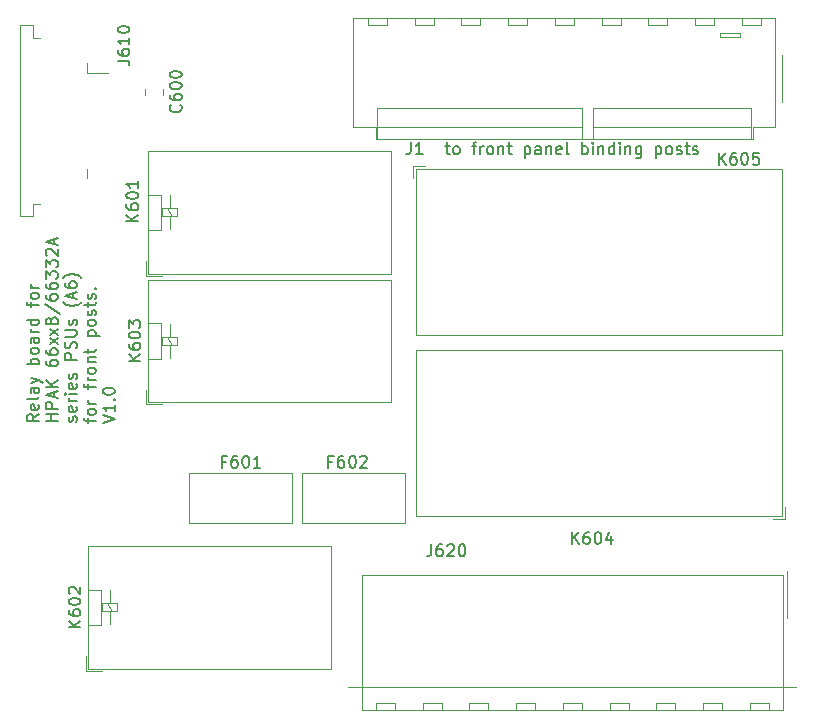
<source format=gbr>
%TF.GenerationSoftware,KiCad,Pcbnew,(6.0.8-1)-1*%
%TF.CreationDate,2022-10-16T10:23:05+02:00*%
%TF.ProjectId,HP6632B_relay_board,48503636-3332-4425-9f72-656c61795f62,rev?*%
%TF.SameCoordinates,Original*%
%TF.FileFunction,Legend,Top*%
%TF.FilePolarity,Positive*%
%FSLAX46Y46*%
G04 Gerber Fmt 4.6, Leading zero omitted, Abs format (unit mm)*
G04 Created by KiCad (PCBNEW (6.0.8-1)-1) date 2022-10-16 10:23:05*
%MOMM*%
%LPD*%
G01*
G04 APERTURE LIST*
%ADD10C,0.150000*%
%ADD11C,0.120000*%
G04 APERTURE END LIST*
D10*
X94006380Y-60941976D02*
X93530190Y-61275309D01*
X94006380Y-61513404D02*
X93006380Y-61513404D01*
X93006380Y-61132452D01*
X93054000Y-61037214D01*
X93101619Y-60989595D01*
X93196857Y-60941976D01*
X93339714Y-60941976D01*
X93434952Y-60989595D01*
X93482571Y-61037214D01*
X93530190Y-61132452D01*
X93530190Y-61513404D01*
X93958761Y-60132452D02*
X94006380Y-60227690D01*
X94006380Y-60418166D01*
X93958761Y-60513404D01*
X93863523Y-60561023D01*
X93482571Y-60561023D01*
X93387333Y-60513404D01*
X93339714Y-60418166D01*
X93339714Y-60227690D01*
X93387333Y-60132452D01*
X93482571Y-60084833D01*
X93577809Y-60084833D01*
X93673047Y-60561023D01*
X94006380Y-59513404D02*
X93958761Y-59608642D01*
X93863523Y-59656261D01*
X93006380Y-59656261D01*
X94006380Y-58703880D02*
X93482571Y-58703880D01*
X93387333Y-58751500D01*
X93339714Y-58846738D01*
X93339714Y-59037214D01*
X93387333Y-59132452D01*
X93958761Y-58703880D02*
X94006380Y-58799119D01*
X94006380Y-59037214D01*
X93958761Y-59132452D01*
X93863523Y-59180071D01*
X93768285Y-59180071D01*
X93673047Y-59132452D01*
X93625428Y-59037214D01*
X93625428Y-58799119D01*
X93577809Y-58703880D01*
X93339714Y-58322928D02*
X94006380Y-58084833D01*
X93339714Y-57846738D02*
X94006380Y-58084833D01*
X94244476Y-58180071D01*
X94292095Y-58227690D01*
X94339714Y-58322928D01*
X94006380Y-56703880D02*
X93006380Y-56703880D01*
X93387333Y-56703880D02*
X93339714Y-56608642D01*
X93339714Y-56418166D01*
X93387333Y-56322928D01*
X93434952Y-56275309D01*
X93530190Y-56227690D01*
X93815904Y-56227690D01*
X93911142Y-56275309D01*
X93958761Y-56322928D01*
X94006380Y-56418166D01*
X94006380Y-56608642D01*
X93958761Y-56703880D01*
X94006380Y-55656261D02*
X93958761Y-55751500D01*
X93911142Y-55799119D01*
X93815904Y-55846738D01*
X93530190Y-55846738D01*
X93434952Y-55799119D01*
X93387333Y-55751500D01*
X93339714Y-55656261D01*
X93339714Y-55513404D01*
X93387333Y-55418166D01*
X93434952Y-55370547D01*
X93530190Y-55322928D01*
X93815904Y-55322928D01*
X93911142Y-55370547D01*
X93958761Y-55418166D01*
X94006380Y-55513404D01*
X94006380Y-55656261D01*
X94006380Y-54465785D02*
X93482571Y-54465785D01*
X93387333Y-54513404D01*
X93339714Y-54608642D01*
X93339714Y-54799119D01*
X93387333Y-54894357D01*
X93958761Y-54465785D02*
X94006380Y-54561023D01*
X94006380Y-54799119D01*
X93958761Y-54894357D01*
X93863523Y-54941976D01*
X93768285Y-54941976D01*
X93673047Y-54894357D01*
X93625428Y-54799119D01*
X93625428Y-54561023D01*
X93577809Y-54465785D01*
X94006380Y-53989595D02*
X93339714Y-53989595D01*
X93530190Y-53989595D02*
X93434952Y-53941976D01*
X93387333Y-53894357D01*
X93339714Y-53799119D01*
X93339714Y-53703880D01*
X94006380Y-52941976D02*
X93006380Y-52941976D01*
X93958761Y-52941976D02*
X94006380Y-53037214D01*
X94006380Y-53227690D01*
X93958761Y-53322928D01*
X93911142Y-53370547D01*
X93815904Y-53418166D01*
X93530190Y-53418166D01*
X93434952Y-53370547D01*
X93387333Y-53322928D01*
X93339714Y-53227690D01*
X93339714Y-53037214D01*
X93387333Y-52941976D01*
X93339714Y-51846738D02*
X93339714Y-51465785D01*
X94006380Y-51703880D02*
X93149238Y-51703880D01*
X93054000Y-51656261D01*
X93006380Y-51561023D01*
X93006380Y-51465785D01*
X94006380Y-50989595D02*
X93958761Y-51084833D01*
X93911142Y-51132452D01*
X93815904Y-51180071D01*
X93530190Y-51180071D01*
X93434952Y-51132452D01*
X93387333Y-51084833D01*
X93339714Y-50989595D01*
X93339714Y-50846738D01*
X93387333Y-50751500D01*
X93434952Y-50703880D01*
X93530190Y-50656261D01*
X93815904Y-50656261D01*
X93911142Y-50703880D01*
X93958761Y-50751500D01*
X94006380Y-50846738D01*
X94006380Y-50989595D01*
X94006380Y-50227690D02*
X93339714Y-50227690D01*
X93530190Y-50227690D02*
X93434952Y-50180071D01*
X93387333Y-50132452D01*
X93339714Y-50037214D01*
X93339714Y-49941976D01*
X95616380Y-61513404D02*
X94616380Y-61513404D01*
X95092571Y-61513404D02*
X95092571Y-60941976D01*
X95616380Y-60941976D02*
X94616380Y-60941976D01*
X95616380Y-60465785D02*
X94616380Y-60465785D01*
X94616380Y-60084833D01*
X94664000Y-59989595D01*
X94711619Y-59941976D01*
X94806857Y-59894357D01*
X94949714Y-59894357D01*
X95044952Y-59941976D01*
X95092571Y-59989595D01*
X95140190Y-60084833D01*
X95140190Y-60465785D01*
X95330666Y-59513404D02*
X95330666Y-59037214D01*
X95616380Y-59608642D02*
X94616380Y-59275309D01*
X95616380Y-58941976D01*
X95616380Y-58608642D02*
X94616380Y-58608642D01*
X95616380Y-58037214D02*
X95044952Y-58465785D01*
X94616380Y-58037214D02*
X95187809Y-58608642D01*
X94616380Y-56418166D02*
X94616380Y-56608642D01*
X94664000Y-56703880D01*
X94711619Y-56751500D01*
X94854476Y-56846738D01*
X95044952Y-56894357D01*
X95425904Y-56894357D01*
X95521142Y-56846738D01*
X95568761Y-56799119D01*
X95616380Y-56703880D01*
X95616380Y-56513404D01*
X95568761Y-56418166D01*
X95521142Y-56370547D01*
X95425904Y-56322928D01*
X95187809Y-56322928D01*
X95092571Y-56370547D01*
X95044952Y-56418166D01*
X94997333Y-56513404D01*
X94997333Y-56703880D01*
X95044952Y-56799119D01*
X95092571Y-56846738D01*
X95187809Y-56894357D01*
X94616380Y-55465785D02*
X94616380Y-55656261D01*
X94664000Y-55751500D01*
X94711619Y-55799119D01*
X94854476Y-55894357D01*
X95044952Y-55941976D01*
X95425904Y-55941976D01*
X95521142Y-55894357D01*
X95568761Y-55846738D01*
X95616380Y-55751500D01*
X95616380Y-55561023D01*
X95568761Y-55465785D01*
X95521142Y-55418166D01*
X95425904Y-55370547D01*
X95187809Y-55370547D01*
X95092571Y-55418166D01*
X95044952Y-55465785D01*
X94997333Y-55561023D01*
X94997333Y-55751500D01*
X95044952Y-55846738D01*
X95092571Y-55894357D01*
X95187809Y-55941976D01*
X95616380Y-55037214D02*
X94949714Y-54513404D01*
X94949714Y-55037214D02*
X95616380Y-54513404D01*
X95616380Y-54227690D02*
X94949714Y-53703880D01*
X94949714Y-54227690D02*
X95616380Y-53703880D01*
X95092571Y-52989595D02*
X95140190Y-52846738D01*
X95187809Y-52799119D01*
X95283047Y-52751500D01*
X95425904Y-52751500D01*
X95521142Y-52799119D01*
X95568761Y-52846738D01*
X95616380Y-52941976D01*
X95616380Y-53322928D01*
X94616380Y-53322928D01*
X94616380Y-52989595D01*
X94664000Y-52894357D01*
X94711619Y-52846738D01*
X94806857Y-52799119D01*
X94902095Y-52799119D01*
X94997333Y-52846738D01*
X95044952Y-52894357D01*
X95092571Y-52989595D01*
X95092571Y-53322928D01*
X94568761Y-51608642D02*
X95854476Y-52465785D01*
X94616380Y-50846738D02*
X94616380Y-51037214D01*
X94664000Y-51132452D01*
X94711619Y-51180071D01*
X94854476Y-51275309D01*
X95044952Y-51322928D01*
X95425904Y-51322928D01*
X95521142Y-51275309D01*
X95568761Y-51227690D01*
X95616380Y-51132452D01*
X95616380Y-50941976D01*
X95568761Y-50846738D01*
X95521142Y-50799119D01*
X95425904Y-50751500D01*
X95187809Y-50751500D01*
X95092571Y-50799119D01*
X95044952Y-50846738D01*
X94997333Y-50941976D01*
X94997333Y-51132452D01*
X95044952Y-51227690D01*
X95092571Y-51275309D01*
X95187809Y-51322928D01*
X94616380Y-49894357D02*
X94616380Y-50084833D01*
X94664000Y-50180071D01*
X94711619Y-50227690D01*
X94854476Y-50322928D01*
X95044952Y-50370547D01*
X95425904Y-50370547D01*
X95521142Y-50322928D01*
X95568761Y-50275309D01*
X95616380Y-50180071D01*
X95616380Y-49989595D01*
X95568761Y-49894357D01*
X95521142Y-49846738D01*
X95425904Y-49799119D01*
X95187809Y-49799119D01*
X95092571Y-49846738D01*
X95044952Y-49894357D01*
X94997333Y-49989595D01*
X94997333Y-50180071D01*
X95044952Y-50275309D01*
X95092571Y-50322928D01*
X95187809Y-50370547D01*
X94616380Y-49465785D02*
X94616380Y-48846738D01*
X94997333Y-49180071D01*
X94997333Y-49037214D01*
X95044952Y-48941976D01*
X95092571Y-48894357D01*
X95187809Y-48846738D01*
X95425904Y-48846738D01*
X95521142Y-48894357D01*
X95568761Y-48941976D01*
X95616380Y-49037214D01*
X95616380Y-49322928D01*
X95568761Y-49418166D01*
X95521142Y-49465785D01*
X94616380Y-48513404D02*
X94616380Y-47894357D01*
X94997333Y-48227690D01*
X94997333Y-48084833D01*
X95044952Y-47989595D01*
X95092571Y-47941976D01*
X95187809Y-47894357D01*
X95425904Y-47894357D01*
X95521142Y-47941976D01*
X95568761Y-47989595D01*
X95616380Y-48084833D01*
X95616380Y-48370547D01*
X95568761Y-48465785D01*
X95521142Y-48513404D01*
X94711619Y-47513404D02*
X94664000Y-47465785D01*
X94616380Y-47370547D01*
X94616380Y-47132452D01*
X94664000Y-47037214D01*
X94711619Y-46989595D01*
X94806857Y-46941976D01*
X94902095Y-46941976D01*
X95044952Y-46989595D01*
X95616380Y-47561023D01*
X95616380Y-46941976D01*
X95330666Y-46561023D02*
X95330666Y-46084833D01*
X95616380Y-46656261D02*
X94616380Y-46322928D01*
X95616380Y-45989595D01*
X97178761Y-61561023D02*
X97226380Y-61465785D01*
X97226380Y-61275309D01*
X97178761Y-61180071D01*
X97083523Y-61132452D01*
X97035904Y-61132452D01*
X96940666Y-61180071D01*
X96893047Y-61275309D01*
X96893047Y-61418166D01*
X96845428Y-61513404D01*
X96750190Y-61561023D01*
X96702571Y-61561023D01*
X96607333Y-61513404D01*
X96559714Y-61418166D01*
X96559714Y-61275309D01*
X96607333Y-61180071D01*
X97178761Y-60322928D02*
X97226380Y-60418166D01*
X97226380Y-60608642D01*
X97178761Y-60703880D01*
X97083523Y-60751500D01*
X96702571Y-60751500D01*
X96607333Y-60703880D01*
X96559714Y-60608642D01*
X96559714Y-60418166D01*
X96607333Y-60322928D01*
X96702571Y-60275309D01*
X96797809Y-60275309D01*
X96893047Y-60751500D01*
X97226380Y-59846738D02*
X96559714Y-59846738D01*
X96750190Y-59846738D02*
X96654952Y-59799119D01*
X96607333Y-59751500D01*
X96559714Y-59656261D01*
X96559714Y-59561023D01*
X97226380Y-59227690D02*
X96559714Y-59227690D01*
X96226380Y-59227690D02*
X96274000Y-59275309D01*
X96321619Y-59227690D01*
X96274000Y-59180071D01*
X96226380Y-59227690D01*
X96321619Y-59227690D01*
X97178761Y-58370547D02*
X97226380Y-58465785D01*
X97226380Y-58656261D01*
X97178761Y-58751500D01*
X97083523Y-58799119D01*
X96702571Y-58799119D01*
X96607333Y-58751500D01*
X96559714Y-58656261D01*
X96559714Y-58465785D01*
X96607333Y-58370547D01*
X96702571Y-58322928D01*
X96797809Y-58322928D01*
X96893047Y-58799119D01*
X97178761Y-57941976D02*
X97226380Y-57846738D01*
X97226380Y-57656261D01*
X97178761Y-57561023D01*
X97083523Y-57513404D01*
X97035904Y-57513404D01*
X96940666Y-57561023D01*
X96893047Y-57656261D01*
X96893047Y-57799119D01*
X96845428Y-57894357D01*
X96750190Y-57941976D01*
X96702571Y-57941976D01*
X96607333Y-57894357D01*
X96559714Y-57799119D01*
X96559714Y-57656261D01*
X96607333Y-57561023D01*
X97226380Y-56322928D02*
X96226380Y-56322928D01*
X96226380Y-55941976D01*
X96274000Y-55846738D01*
X96321619Y-55799119D01*
X96416857Y-55751500D01*
X96559714Y-55751500D01*
X96654952Y-55799119D01*
X96702571Y-55846738D01*
X96750190Y-55941976D01*
X96750190Y-56322928D01*
X97178761Y-55370547D02*
X97226380Y-55227690D01*
X97226380Y-54989595D01*
X97178761Y-54894357D01*
X97131142Y-54846738D01*
X97035904Y-54799119D01*
X96940666Y-54799119D01*
X96845428Y-54846738D01*
X96797809Y-54894357D01*
X96750190Y-54989595D01*
X96702571Y-55180071D01*
X96654952Y-55275309D01*
X96607333Y-55322928D01*
X96512095Y-55370547D01*
X96416857Y-55370547D01*
X96321619Y-55322928D01*
X96274000Y-55275309D01*
X96226380Y-55180071D01*
X96226380Y-54941976D01*
X96274000Y-54799119D01*
X96226380Y-54370547D02*
X97035904Y-54370547D01*
X97131142Y-54322928D01*
X97178761Y-54275309D01*
X97226380Y-54180071D01*
X97226380Y-53989595D01*
X97178761Y-53894357D01*
X97131142Y-53846738D01*
X97035904Y-53799119D01*
X96226380Y-53799119D01*
X97178761Y-53370547D02*
X97226380Y-53275309D01*
X97226380Y-53084833D01*
X97178761Y-52989595D01*
X97083523Y-52941976D01*
X97035904Y-52941976D01*
X96940666Y-52989595D01*
X96893047Y-53084833D01*
X96893047Y-53227690D01*
X96845428Y-53322928D01*
X96750190Y-53370547D01*
X96702571Y-53370547D01*
X96607333Y-53322928D01*
X96559714Y-53227690D01*
X96559714Y-53084833D01*
X96607333Y-52989595D01*
X97607333Y-51465785D02*
X97559714Y-51513404D01*
X97416857Y-51608642D01*
X97321619Y-51656261D01*
X97178761Y-51703880D01*
X96940666Y-51751500D01*
X96750190Y-51751500D01*
X96512095Y-51703880D01*
X96369238Y-51656261D01*
X96274000Y-51608642D01*
X96131142Y-51513404D01*
X96083523Y-51465785D01*
X96940666Y-51132452D02*
X96940666Y-50656261D01*
X97226380Y-51227690D02*
X96226380Y-50894357D01*
X97226380Y-50561023D01*
X96226380Y-49799119D02*
X96226380Y-49989595D01*
X96274000Y-50084833D01*
X96321619Y-50132452D01*
X96464476Y-50227690D01*
X96654952Y-50275309D01*
X97035904Y-50275309D01*
X97131142Y-50227690D01*
X97178761Y-50180071D01*
X97226380Y-50084833D01*
X97226380Y-49894357D01*
X97178761Y-49799119D01*
X97131142Y-49751500D01*
X97035904Y-49703880D01*
X96797809Y-49703880D01*
X96702571Y-49751500D01*
X96654952Y-49799119D01*
X96607333Y-49894357D01*
X96607333Y-50084833D01*
X96654952Y-50180071D01*
X96702571Y-50227690D01*
X96797809Y-50275309D01*
X97607333Y-49370547D02*
X97559714Y-49322928D01*
X97416857Y-49227690D01*
X97321619Y-49180071D01*
X97178761Y-49132452D01*
X96940666Y-49084833D01*
X96750190Y-49084833D01*
X96512095Y-49132452D01*
X96369238Y-49180071D01*
X96274000Y-49227690D01*
X96131142Y-49322928D01*
X96083523Y-49370547D01*
X98169714Y-61656261D02*
X98169714Y-61275309D01*
X98836380Y-61513404D02*
X97979238Y-61513404D01*
X97884000Y-61465785D01*
X97836380Y-61370547D01*
X97836380Y-61275309D01*
X98836380Y-60799119D02*
X98788761Y-60894357D01*
X98741142Y-60941976D01*
X98645904Y-60989595D01*
X98360190Y-60989595D01*
X98264952Y-60941976D01*
X98217333Y-60894357D01*
X98169714Y-60799119D01*
X98169714Y-60656261D01*
X98217333Y-60561023D01*
X98264952Y-60513404D01*
X98360190Y-60465785D01*
X98645904Y-60465785D01*
X98741142Y-60513404D01*
X98788761Y-60561023D01*
X98836380Y-60656261D01*
X98836380Y-60799119D01*
X98836380Y-60037214D02*
X98169714Y-60037214D01*
X98360190Y-60037214D02*
X98264952Y-59989595D01*
X98217333Y-59941976D01*
X98169714Y-59846738D01*
X98169714Y-59751500D01*
X98169714Y-58799119D02*
X98169714Y-58418166D01*
X98836380Y-58656261D02*
X97979238Y-58656261D01*
X97884000Y-58608642D01*
X97836380Y-58513404D01*
X97836380Y-58418166D01*
X98836380Y-58084833D02*
X98169714Y-58084833D01*
X98360190Y-58084833D02*
X98264952Y-58037214D01*
X98217333Y-57989595D01*
X98169714Y-57894357D01*
X98169714Y-57799119D01*
X98836380Y-57322928D02*
X98788761Y-57418166D01*
X98741142Y-57465785D01*
X98645904Y-57513404D01*
X98360190Y-57513404D01*
X98264952Y-57465785D01*
X98217333Y-57418166D01*
X98169714Y-57322928D01*
X98169714Y-57180071D01*
X98217333Y-57084833D01*
X98264952Y-57037214D01*
X98360190Y-56989595D01*
X98645904Y-56989595D01*
X98741142Y-57037214D01*
X98788761Y-57084833D01*
X98836380Y-57180071D01*
X98836380Y-57322928D01*
X98169714Y-56561023D02*
X98836380Y-56561023D01*
X98264952Y-56561023D02*
X98217333Y-56513404D01*
X98169714Y-56418166D01*
X98169714Y-56275309D01*
X98217333Y-56180071D01*
X98312571Y-56132452D01*
X98836380Y-56132452D01*
X98169714Y-55799119D02*
X98169714Y-55418166D01*
X97836380Y-55656261D02*
X98693523Y-55656261D01*
X98788761Y-55608642D01*
X98836380Y-55513404D01*
X98836380Y-55418166D01*
X98169714Y-54322928D02*
X99169714Y-54322928D01*
X98217333Y-54322928D02*
X98169714Y-54227690D01*
X98169714Y-54037214D01*
X98217333Y-53941976D01*
X98264952Y-53894357D01*
X98360190Y-53846738D01*
X98645904Y-53846738D01*
X98741142Y-53894357D01*
X98788761Y-53941976D01*
X98836380Y-54037214D01*
X98836380Y-54227690D01*
X98788761Y-54322928D01*
X98836380Y-53275309D02*
X98788761Y-53370547D01*
X98741142Y-53418166D01*
X98645904Y-53465785D01*
X98360190Y-53465785D01*
X98264952Y-53418166D01*
X98217333Y-53370547D01*
X98169714Y-53275309D01*
X98169714Y-53132452D01*
X98217333Y-53037214D01*
X98264952Y-52989595D01*
X98360190Y-52941976D01*
X98645904Y-52941976D01*
X98741142Y-52989595D01*
X98788761Y-53037214D01*
X98836380Y-53132452D01*
X98836380Y-53275309D01*
X98788761Y-52561023D02*
X98836380Y-52465785D01*
X98836380Y-52275309D01*
X98788761Y-52180071D01*
X98693523Y-52132452D01*
X98645904Y-52132452D01*
X98550666Y-52180071D01*
X98503047Y-52275309D01*
X98503047Y-52418166D01*
X98455428Y-52513404D01*
X98360190Y-52561023D01*
X98312571Y-52561023D01*
X98217333Y-52513404D01*
X98169714Y-52418166D01*
X98169714Y-52275309D01*
X98217333Y-52180071D01*
X98169714Y-51846738D02*
X98169714Y-51465785D01*
X97836380Y-51703880D02*
X98693523Y-51703880D01*
X98788761Y-51656261D01*
X98836380Y-51561023D01*
X98836380Y-51465785D01*
X98788761Y-51180071D02*
X98836380Y-51084833D01*
X98836380Y-50894357D01*
X98788761Y-50799119D01*
X98693523Y-50751500D01*
X98645904Y-50751500D01*
X98550666Y-50799119D01*
X98503047Y-50894357D01*
X98503047Y-51037214D01*
X98455428Y-51132452D01*
X98360190Y-51180071D01*
X98312571Y-51180071D01*
X98217333Y-51132452D01*
X98169714Y-51037214D01*
X98169714Y-50894357D01*
X98217333Y-50799119D01*
X98741142Y-50322928D02*
X98788761Y-50275309D01*
X98836380Y-50322928D01*
X98788761Y-50370547D01*
X98741142Y-50322928D01*
X98836380Y-50322928D01*
X99446380Y-61656261D02*
X100446380Y-61322928D01*
X99446380Y-60989595D01*
X100446380Y-60132452D02*
X100446380Y-60703880D01*
X100446380Y-60418166D02*
X99446380Y-60418166D01*
X99589238Y-60513404D01*
X99684476Y-60608642D01*
X99732095Y-60703880D01*
X100351142Y-59703880D02*
X100398761Y-59656261D01*
X100446380Y-59703880D01*
X100398761Y-59751500D01*
X100351142Y-59703880D01*
X100446380Y-59703880D01*
X99446380Y-59037214D02*
X99446380Y-58941976D01*
X99494000Y-58846738D01*
X99541619Y-58799119D01*
X99636857Y-58751500D01*
X99827333Y-58703880D01*
X100065428Y-58703880D01*
X100255904Y-58751500D01*
X100351142Y-58799119D01*
X100398761Y-58846738D01*
X100446380Y-58941976D01*
X100446380Y-59037214D01*
X100398761Y-59132452D01*
X100351142Y-59180071D01*
X100255904Y-59227690D01*
X100065428Y-59275309D01*
X99827333Y-59275309D01*
X99636857Y-59227690D01*
X99541619Y-59180071D01*
X99494000Y-59132452D01*
X99446380Y-59037214D01*
X128453904Y-38266714D02*
X128834857Y-38266714D01*
X128596761Y-37933380D02*
X128596761Y-38790523D01*
X128644380Y-38885761D01*
X128739619Y-38933380D01*
X128834857Y-38933380D01*
X129311047Y-38933380D02*
X129215809Y-38885761D01*
X129168190Y-38838142D01*
X129120571Y-38742904D01*
X129120571Y-38457190D01*
X129168190Y-38361952D01*
X129215809Y-38314333D01*
X129311047Y-38266714D01*
X129453904Y-38266714D01*
X129549142Y-38314333D01*
X129596761Y-38361952D01*
X129644380Y-38457190D01*
X129644380Y-38742904D01*
X129596761Y-38838142D01*
X129549142Y-38885761D01*
X129453904Y-38933380D01*
X129311047Y-38933380D01*
X130691999Y-38266714D02*
X131072952Y-38266714D01*
X130834857Y-38933380D02*
X130834857Y-38076238D01*
X130882476Y-37981000D01*
X130977714Y-37933380D01*
X131072952Y-37933380D01*
X131406285Y-38933380D02*
X131406285Y-38266714D01*
X131406285Y-38457190D02*
X131453904Y-38361952D01*
X131501523Y-38314333D01*
X131596761Y-38266714D01*
X131691999Y-38266714D01*
X132168190Y-38933380D02*
X132072952Y-38885761D01*
X132025333Y-38838142D01*
X131977714Y-38742904D01*
X131977714Y-38457190D01*
X132025333Y-38361952D01*
X132072952Y-38314333D01*
X132168190Y-38266714D01*
X132311047Y-38266714D01*
X132406285Y-38314333D01*
X132453904Y-38361952D01*
X132501523Y-38457190D01*
X132501523Y-38742904D01*
X132453904Y-38838142D01*
X132406285Y-38885761D01*
X132311047Y-38933380D01*
X132168190Y-38933380D01*
X132930095Y-38266714D02*
X132930095Y-38933380D01*
X132930095Y-38361952D02*
X132977714Y-38314333D01*
X133072952Y-38266714D01*
X133215809Y-38266714D01*
X133311047Y-38314333D01*
X133358666Y-38409571D01*
X133358666Y-38933380D01*
X133691999Y-38266714D02*
X134072952Y-38266714D01*
X133834857Y-37933380D02*
X133834857Y-38790523D01*
X133882476Y-38885761D01*
X133977714Y-38933380D01*
X134072952Y-38933380D01*
X135168190Y-38266714D02*
X135168190Y-39266714D01*
X135168190Y-38314333D02*
X135263428Y-38266714D01*
X135453904Y-38266714D01*
X135549142Y-38314333D01*
X135596761Y-38361952D01*
X135644380Y-38457190D01*
X135644380Y-38742904D01*
X135596761Y-38838142D01*
X135549142Y-38885761D01*
X135453904Y-38933380D01*
X135263428Y-38933380D01*
X135168190Y-38885761D01*
X136501523Y-38933380D02*
X136501523Y-38409571D01*
X136453904Y-38314333D01*
X136358666Y-38266714D01*
X136168190Y-38266714D01*
X136072952Y-38314333D01*
X136501523Y-38885761D02*
X136406285Y-38933380D01*
X136168190Y-38933380D01*
X136072952Y-38885761D01*
X136025333Y-38790523D01*
X136025333Y-38695285D01*
X136072952Y-38600047D01*
X136168190Y-38552428D01*
X136406285Y-38552428D01*
X136501523Y-38504809D01*
X136977714Y-38266714D02*
X136977714Y-38933380D01*
X136977714Y-38361952D02*
X137025333Y-38314333D01*
X137120571Y-38266714D01*
X137263428Y-38266714D01*
X137358666Y-38314333D01*
X137406285Y-38409571D01*
X137406285Y-38933380D01*
X138263428Y-38885761D02*
X138168190Y-38933380D01*
X137977714Y-38933380D01*
X137882476Y-38885761D01*
X137834857Y-38790523D01*
X137834857Y-38409571D01*
X137882476Y-38314333D01*
X137977714Y-38266714D01*
X138168190Y-38266714D01*
X138263428Y-38314333D01*
X138311047Y-38409571D01*
X138311047Y-38504809D01*
X137834857Y-38600047D01*
X138882476Y-38933380D02*
X138787238Y-38885761D01*
X138739619Y-38790523D01*
X138739619Y-37933380D01*
X140025333Y-38933380D02*
X140025333Y-37933380D01*
X140025333Y-38314333D02*
X140120571Y-38266714D01*
X140311047Y-38266714D01*
X140406285Y-38314333D01*
X140453904Y-38361952D01*
X140501523Y-38457190D01*
X140501523Y-38742904D01*
X140453904Y-38838142D01*
X140406285Y-38885761D01*
X140311047Y-38933380D01*
X140120571Y-38933380D01*
X140025333Y-38885761D01*
X140930095Y-38933380D02*
X140930095Y-38266714D01*
X140930095Y-37933380D02*
X140882476Y-37981000D01*
X140930095Y-38028619D01*
X140977714Y-37981000D01*
X140930095Y-37933380D01*
X140930095Y-38028619D01*
X141406285Y-38266714D02*
X141406285Y-38933380D01*
X141406285Y-38361952D02*
X141453904Y-38314333D01*
X141549142Y-38266714D01*
X141692000Y-38266714D01*
X141787238Y-38314333D01*
X141834857Y-38409571D01*
X141834857Y-38933380D01*
X142739619Y-38933380D02*
X142739619Y-37933380D01*
X142739619Y-38885761D02*
X142644380Y-38933380D01*
X142453904Y-38933380D01*
X142358666Y-38885761D01*
X142311047Y-38838142D01*
X142263428Y-38742904D01*
X142263428Y-38457190D01*
X142311047Y-38361952D01*
X142358666Y-38314333D01*
X142453904Y-38266714D01*
X142644380Y-38266714D01*
X142739619Y-38314333D01*
X143215809Y-38933380D02*
X143215809Y-38266714D01*
X143215809Y-37933380D02*
X143168190Y-37981000D01*
X143215809Y-38028619D01*
X143263428Y-37981000D01*
X143215809Y-37933380D01*
X143215809Y-38028619D01*
X143692000Y-38266714D02*
X143692000Y-38933380D01*
X143692000Y-38361952D02*
X143739619Y-38314333D01*
X143834857Y-38266714D01*
X143977714Y-38266714D01*
X144072952Y-38314333D01*
X144120571Y-38409571D01*
X144120571Y-38933380D01*
X145025333Y-38266714D02*
X145025333Y-39076238D01*
X144977714Y-39171476D01*
X144930095Y-39219095D01*
X144834857Y-39266714D01*
X144692000Y-39266714D01*
X144596761Y-39219095D01*
X145025333Y-38885761D02*
X144930095Y-38933380D01*
X144739619Y-38933380D01*
X144644380Y-38885761D01*
X144596761Y-38838142D01*
X144549142Y-38742904D01*
X144549142Y-38457190D01*
X144596761Y-38361952D01*
X144644380Y-38314333D01*
X144739619Y-38266714D01*
X144930095Y-38266714D01*
X145025333Y-38314333D01*
X146263428Y-38266714D02*
X146263428Y-39266714D01*
X146263428Y-38314333D02*
X146358666Y-38266714D01*
X146549142Y-38266714D01*
X146644380Y-38314333D01*
X146692000Y-38361952D01*
X146739619Y-38457190D01*
X146739619Y-38742904D01*
X146692000Y-38838142D01*
X146644380Y-38885761D01*
X146549142Y-38933380D01*
X146358666Y-38933380D01*
X146263428Y-38885761D01*
X147311047Y-38933380D02*
X147215809Y-38885761D01*
X147168190Y-38838142D01*
X147120571Y-38742904D01*
X147120571Y-38457190D01*
X147168190Y-38361952D01*
X147215809Y-38314333D01*
X147311047Y-38266714D01*
X147453904Y-38266714D01*
X147549142Y-38314333D01*
X147596761Y-38361952D01*
X147644380Y-38457190D01*
X147644380Y-38742904D01*
X147596761Y-38838142D01*
X147549142Y-38885761D01*
X147453904Y-38933380D01*
X147311047Y-38933380D01*
X148025333Y-38885761D02*
X148120571Y-38933380D01*
X148311047Y-38933380D01*
X148406285Y-38885761D01*
X148453904Y-38790523D01*
X148453904Y-38742904D01*
X148406285Y-38647666D01*
X148311047Y-38600047D01*
X148168190Y-38600047D01*
X148072952Y-38552428D01*
X148025333Y-38457190D01*
X148025333Y-38409571D01*
X148072952Y-38314333D01*
X148168190Y-38266714D01*
X148311047Y-38266714D01*
X148406285Y-38314333D01*
X148739619Y-38266714D02*
X149120571Y-38266714D01*
X148882476Y-37933380D02*
X148882476Y-38790523D01*
X148930095Y-38885761D01*
X149025333Y-38933380D01*
X149120571Y-38933380D01*
X149406285Y-38885761D02*
X149501523Y-38933380D01*
X149692000Y-38933380D01*
X149787238Y-38885761D01*
X149834857Y-38790523D01*
X149834857Y-38742904D01*
X149787238Y-38647666D01*
X149692000Y-38600047D01*
X149549142Y-38600047D01*
X149453904Y-38552428D01*
X149406285Y-38457190D01*
X149406285Y-38409571D01*
X149453904Y-38314333D01*
X149549142Y-38266714D01*
X149692000Y-38266714D01*
X149787238Y-38314333D01*
%TO.C,F601*%
X109839285Y-64952571D02*
X109505952Y-64952571D01*
X109505952Y-65476380D02*
X109505952Y-64476380D01*
X109982142Y-64476380D01*
X110791666Y-64476380D02*
X110601190Y-64476380D01*
X110505952Y-64524000D01*
X110458333Y-64571619D01*
X110363095Y-64714476D01*
X110315476Y-64904952D01*
X110315476Y-65285904D01*
X110363095Y-65381142D01*
X110410714Y-65428761D01*
X110505952Y-65476380D01*
X110696428Y-65476380D01*
X110791666Y-65428761D01*
X110839285Y-65381142D01*
X110886904Y-65285904D01*
X110886904Y-65047809D01*
X110839285Y-64952571D01*
X110791666Y-64904952D01*
X110696428Y-64857333D01*
X110505952Y-64857333D01*
X110410714Y-64904952D01*
X110363095Y-64952571D01*
X110315476Y-65047809D01*
X111505952Y-64476380D02*
X111601190Y-64476380D01*
X111696428Y-64524000D01*
X111744047Y-64571619D01*
X111791666Y-64666857D01*
X111839285Y-64857333D01*
X111839285Y-65095428D01*
X111791666Y-65285904D01*
X111744047Y-65381142D01*
X111696428Y-65428761D01*
X111601190Y-65476380D01*
X111505952Y-65476380D01*
X111410714Y-65428761D01*
X111363095Y-65381142D01*
X111315476Y-65285904D01*
X111267857Y-65095428D01*
X111267857Y-64857333D01*
X111315476Y-64666857D01*
X111363095Y-64571619D01*
X111410714Y-64524000D01*
X111505952Y-64476380D01*
X112791666Y-65476380D02*
X112220238Y-65476380D01*
X112505952Y-65476380D02*
X112505952Y-64476380D01*
X112410714Y-64619238D01*
X112315476Y-64714476D01*
X112220238Y-64762095D01*
%TO.C,K601*%
X102433380Y-44616476D02*
X101433380Y-44616476D01*
X102433380Y-44045047D02*
X101861952Y-44473619D01*
X101433380Y-44045047D02*
X102004809Y-44616476D01*
X101433380Y-43187904D02*
X101433380Y-43378380D01*
X101481000Y-43473619D01*
X101528619Y-43521238D01*
X101671476Y-43616476D01*
X101861952Y-43664095D01*
X102242904Y-43664095D01*
X102338142Y-43616476D01*
X102385761Y-43568857D01*
X102433380Y-43473619D01*
X102433380Y-43283142D01*
X102385761Y-43187904D01*
X102338142Y-43140285D01*
X102242904Y-43092666D01*
X102004809Y-43092666D01*
X101909571Y-43140285D01*
X101861952Y-43187904D01*
X101814333Y-43283142D01*
X101814333Y-43473619D01*
X101861952Y-43568857D01*
X101909571Y-43616476D01*
X102004809Y-43664095D01*
X101433380Y-42473619D02*
X101433380Y-42378380D01*
X101481000Y-42283142D01*
X101528619Y-42235523D01*
X101623857Y-42187904D01*
X101814333Y-42140285D01*
X102052428Y-42140285D01*
X102242904Y-42187904D01*
X102338142Y-42235523D01*
X102385761Y-42283142D01*
X102433380Y-42378380D01*
X102433380Y-42473619D01*
X102385761Y-42568857D01*
X102338142Y-42616476D01*
X102242904Y-42664095D01*
X102052428Y-42711714D01*
X101814333Y-42711714D01*
X101623857Y-42664095D01*
X101528619Y-42616476D01*
X101481000Y-42568857D01*
X101433380Y-42473619D01*
X102433380Y-41187904D02*
X102433380Y-41759333D01*
X102433380Y-41473619D02*
X101433380Y-41473619D01*
X101576238Y-41568857D01*
X101671476Y-41664095D01*
X101719095Y-41759333D01*
%TO.C,J620*%
X127238285Y-71969380D02*
X127238285Y-72683666D01*
X127190666Y-72826523D01*
X127095428Y-72921761D01*
X126952571Y-72969380D01*
X126857333Y-72969380D01*
X128143047Y-71969380D02*
X127952571Y-71969380D01*
X127857333Y-72017000D01*
X127809714Y-72064619D01*
X127714476Y-72207476D01*
X127666857Y-72397952D01*
X127666857Y-72778904D01*
X127714476Y-72874142D01*
X127762095Y-72921761D01*
X127857333Y-72969380D01*
X128047809Y-72969380D01*
X128143047Y-72921761D01*
X128190666Y-72874142D01*
X128238285Y-72778904D01*
X128238285Y-72540809D01*
X128190666Y-72445571D01*
X128143047Y-72397952D01*
X128047809Y-72350333D01*
X127857333Y-72350333D01*
X127762095Y-72397952D01*
X127714476Y-72445571D01*
X127666857Y-72540809D01*
X128619238Y-72064619D02*
X128666857Y-72017000D01*
X128762095Y-71969380D01*
X129000190Y-71969380D01*
X129095428Y-72017000D01*
X129143047Y-72064619D01*
X129190666Y-72159857D01*
X129190666Y-72255095D01*
X129143047Y-72397952D01*
X128571619Y-72969380D01*
X129190666Y-72969380D01*
X129809714Y-71969380D02*
X129904952Y-71969380D01*
X130000190Y-72017000D01*
X130047809Y-72064619D01*
X130095428Y-72159857D01*
X130143047Y-72350333D01*
X130143047Y-72588428D01*
X130095428Y-72778904D01*
X130047809Y-72874142D01*
X130000190Y-72921761D01*
X129904952Y-72969380D01*
X129809714Y-72969380D01*
X129714476Y-72921761D01*
X129666857Y-72874142D01*
X129619238Y-72778904D01*
X129571619Y-72588428D01*
X129571619Y-72350333D01*
X129619238Y-72159857D01*
X129666857Y-72064619D01*
X129714476Y-72017000D01*
X129809714Y-71969380D01*
%TO.C,J610*%
X100687380Y-31003714D02*
X101401666Y-31003714D01*
X101544523Y-31051333D01*
X101639761Y-31146571D01*
X101687380Y-31289428D01*
X101687380Y-31384666D01*
X100687380Y-30098952D02*
X100687380Y-30289428D01*
X100735000Y-30384666D01*
X100782619Y-30432285D01*
X100925476Y-30527523D01*
X101115952Y-30575142D01*
X101496904Y-30575142D01*
X101592142Y-30527523D01*
X101639761Y-30479904D01*
X101687380Y-30384666D01*
X101687380Y-30194190D01*
X101639761Y-30098952D01*
X101592142Y-30051333D01*
X101496904Y-30003714D01*
X101258809Y-30003714D01*
X101163571Y-30051333D01*
X101115952Y-30098952D01*
X101068333Y-30194190D01*
X101068333Y-30384666D01*
X101115952Y-30479904D01*
X101163571Y-30527523D01*
X101258809Y-30575142D01*
X101687380Y-29051333D02*
X101687380Y-29622761D01*
X101687380Y-29337047D02*
X100687380Y-29337047D01*
X100830238Y-29432285D01*
X100925476Y-29527523D01*
X100973095Y-29622761D01*
X100687380Y-28432285D02*
X100687380Y-28337047D01*
X100735000Y-28241809D01*
X100782619Y-28194190D01*
X100877857Y-28146571D01*
X101068333Y-28098952D01*
X101306428Y-28098952D01*
X101496904Y-28146571D01*
X101592142Y-28194190D01*
X101639761Y-28241809D01*
X101687380Y-28337047D01*
X101687380Y-28432285D01*
X101639761Y-28527523D01*
X101592142Y-28575142D01*
X101496904Y-28622761D01*
X101306428Y-28670380D01*
X101068333Y-28670380D01*
X100877857Y-28622761D01*
X100782619Y-28575142D01*
X100735000Y-28527523D01*
X100687380Y-28432285D01*
%TO.C,K604*%
X139172506Y-71936380D02*
X139172506Y-70936380D01*
X139743935Y-71936380D02*
X139315363Y-71364952D01*
X139743935Y-70936380D02*
X139172506Y-71507809D01*
X140601078Y-70936380D02*
X140410602Y-70936380D01*
X140315363Y-70984000D01*
X140267744Y-71031619D01*
X140172506Y-71174476D01*
X140124887Y-71364952D01*
X140124887Y-71745904D01*
X140172506Y-71841142D01*
X140220125Y-71888761D01*
X140315363Y-71936380D01*
X140505840Y-71936380D01*
X140601078Y-71888761D01*
X140648697Y-71841142D01*
X140696316Y-71745904D01*
X140696316Y-71507809D01*
X140648697Y-71412571D01*
X140601078Y-71364952D01*
X140505840Y-71317333D01*
X140315363Y-71317333D01*
X140220125Y-71364952D01*
X140172506Y-71412571D01*
X140124887Y-71507809D01*
X141315363Y-70936380D02*
X141410602Y-70936380D01*
X141505840Y-70984000D01*
X141553459Y-71031619D01*
X141601078Y-71126857D01*
X141648697Y-71317333D01*
X141648697Y-71555428D01*
X141601078Y-71745904D01*
X141553459Y-71841142D01*
X141505840Y-71888761D01*
X141410602Y-71936380D01*
X141315363Y-71936380D01*
X141220125Y-71888761D01*
X141172506Y-71841142D01*
X141124887Y-71745904D01*
X141077268Y-71555428D01*
X141077268Y-71317333D01*
X141124887Y-71126857D01*
X141172506Y-71031619D01*
X141220125Y-70984000D01*
X141315363Y-70936380D01*
X142505840Y-71269714D02*
X142505840Y-71936380D01*
X142267744Y-70888761D02*
X142029649Y-71603047D01*
X142648697Y-71603047D01*
%TO.C,K605*%
X151598523Y-39822380D02*
X151598523Y-38822380D01*
X152169952Y-39822380D02*
X151741380Y-39250952D01*
X152169952Y-38822380D02*
X151598523Y-39393809D01*
X153027095Y-38822380D02*
X152836619Y-38822380D01*
X152741380Y-38870000D01*
X152693761Y-38917619D01*
X152598523Y-39060476D01*
X152550904Y-39250952D01*
X152550904Y-39631904D01*
X152598523Y-39727142D01*
X152646142Y-39774761D01*
X152741380Y-39822380D01*
X152931857Y-39822380D01*
X153027095Y-39774761D01*
X153074714Y-39727142D01*
X153122333Y-39631904D01*
X153122333Y-39393809D01*
X153074714Y-39298571D01*
X153027095Y-39250952D01*
X152931857Y-39203333D01*
X152741380Y-39203333D01*
X152646142Y-39250952D01*
X152598523Y-39298571D01*
X152550904Y-39393809D01*
X153741380Y-38822380D02*
X153836619Y-38822380D01*
X153931857Y-38870000D01*
X153979476Y-38917619D01*
X154027095Y-39012857D01*
X154074714Y-39203333D01*
X154074714Y-39441428D01*
X154027095Y-39631904D01*
X153979476Y-39727142D01*
X153931857Y-39774761D01*
X153836619Y-39822380D01*
X153741380Y-39822380D01*
X153646142Y-39774761D01*
X153598523Y-39727142D01*
X153550904Y-39631904D01*
X153503285Y-39441428D01*
X153503285Y-39203333D01*
X153550904Y-39012857D01*
X153598523Y-38917619D01*
X153646142Y-38870000D01*
X153741380Y-38822380D01*
X154979476Y-38822380D02*
X154503285Y-38822380D01*
X154455666Y-39298571D01*
X154503285Y-39250952D01*
X154598523Y-39203333D01*
X154836619Y-39203333D01*
X154931857Y-39250952D01*
X154979476Y-39298571D01*
X155027095Y-39393809D01*
X155027095Y-39631904D01*
X154979476Y-39727142D01*
X154931857Y-39774761D01*
X154836619Y-39822380D01*
X154598523Y-39822380D01*
X154503285Y-39774761D01*
X154455666Y-39727142D01*
%TO.C,C600*%
X106021142Y-34748647D02*
X106068761Y-34796266D01*
X106116380Y-34939123D01*
X106116380Y-35034361D01*
X106068761Y-35177219D01*
X105973523Y-35272457D01*
X105878285Y-35320076D01*
X105687809Y-35367695D01*
X105544952Y-35367695D01*
X105354476Y-35320076D01*
X105259238Y-35272457D01*
X105164000Y-35177219D01*
X105116380Y-35034361D01*
X105116380Y-34939123D01*
X105164000Y-34796266D01*
X105211619Y-34748647D01*
X105116380Y-33891504D02*
X105116380Y-34081980D01*
X105164000Y-34177219D01*
X105211619Y-34224838D01*
X105354476Y-34320076D01*
X105544952Y-34367695D01*
X105925904Y-34367695D01*
X106021142Y-34320076D01*
X106068761Y-34272457D01*
X106116380Y-34177219D01*
X106116380Y-33986742D01*
X106068761Y-33891504D01*
X106021142Y-33843885D01*
X105925904Y-33796266D01*
X105687809Y-33796266D01*
X105592571Y-33843885D01*
X105544952Y-33891504D01*
X105497333Y-33986742D01*
X105497333Y-34177219D01*
X105544952Y-34272457D01*
X105592571Y-34320076D01*
X105687809Y-34367695D01*
X105116380Y-33177219D02*
X105116380Y-33081980D01*
X105164000Y-32986742D01*
X105211619Y-32939123D01*
X105306857Y-32891504D01*
X105497333Y-32843885D01*
X105735428Y-32843885D01*
X105925904Y-32891504D01*
X106021142Y-32939123D01*
X106068761Y-32986742D01*
X106116380Y-33081980D01*
X106116380Y-33177219D01*
X106068761Y-33272457D01*
X106021142Y-33320076D01*
X105925904Y-33367695D01*
X105735428Y-33415314D01*
X105497333Y-33415314D01*
X105306857Y-33367695D01*
X105211619Y-33320076D01*
X105164000Y-33272457D01*
X105116380Y-33177219D01*
X105116380Y-32224838D02*
X105116380Y-32129600D01*
X105164000Y-32034361D01*
X105211619Y-31986742D01*
X105306857Y-31939123D01*
X105497333Y-31891504D01*
X105735428Y-31891504D01*
X105925904Y-31939123D01*
X106021142Y-31986742D01*
X106068761Y-32034361D01*
X106116380Y-32129600D01*
X106116380Y-32224838D01*
X106068761Y-32320076D01*
X106021142Y-32367695D01*
X105925904Y-32415314D01*
X105735428Y-32462933D01*
X105497333Y-32462933D01*
X105306857Y-32415314D01*
X105211619Y-32367695D01*
X105164000Y-32320076D01*
X105116380Y-32224838D01*
%TO.C,K603*%
X102632880Y-56425459D02*
X101632880Y-56425459D01*
X102632880Y-55854030D02*
X102061452Y-56282602D01*
X101632880Y-55854030D02*
X102204309Y-56425459D01*
X101632880Y-54996887D02*
X101632880Y-55187363D01*
X101680500Y-55282602D01*
X101728119Y-55330221D01*
X101870976Y-55425459D01*
X102061452Y-55473078D01*
X102442404Y-55473078D01*
X102537642Y-55425459D01*
X102585261Y-55377840D01*
X102632880Y-55282602D01*
X102632880Y-55092125D01*
X102585261Y-54996887D01*
X102537642Y-54949268D01*
X102442404Y-54901649D01*
X102204309Y-54901649D01*
X102109071Y-54949268D01*
X102061452Y-54996887D01*
X102013833Y-55092125D01*
X102013833Y-55282602D01*
X102061452Y-55377840D01*
X102109071Y-55425459D01*
X102204309Y-55473078D01*
X101632880Y-54282602D02*
X101632880Y-54187363D01*
X101680500Y-54092125D01*
X101728119Y-54044506D01*
X101823357Y-53996887D01*
X102013833Y-53949268D01*
X102251928Y-53949268D01*
X102442404Y-53996887D01*
X102537642Y-54044506D01*
X102585261Y-54092125D01*
X102632880Y-54187363D01*
X102632880Y-54282602D01*
X102585261Y-54377840D01*
X102537642Y-54425459D01*
X102442404Y-54473078D01*
X102251928Y-54520697D01*
X102013833Y-54520697D01*
X101823357Y-54473078D01*
X101728119Y-54425459D01*
X101680500Y-54377840D01*
X101632880Y-54282602D01*
X101632880Y-53615935D02*
X101632880Y-52996887D01*
X102013833Y-53330221D01*
X102013833Y-53187363D01*
X102061452Y-53092125D01*
X102109071Y-53044506D01*
X102204309Y-52996887D01*
X102442404Y-52996887D01*
X102537642Y-53044506D01*
X102585261Y-53092125D01*
X102632880Y-53187363D01*
X102632880Y-53473078D01*
X102585261Y-53568316D01*
X102537642Y-53615935D01*
%TO.C,K602*%
X97552880Y-78985976D02*
X96552880Y-78985976D01*
X97552880Y-78414547D02*
X96981452Y-78843119D01*
X96552880Y-78414547D02*
X97124309Y-78985976D01*
X96552880Y-77557404D02*
X96552880Y-77747880D01*
X96600500Y-77843119D01*
X96648119Y-77890738D01*
X96790976Y-77985976D01*
X96981452Y-78033595D01*
X97362404Y-78033595D01*
X97457642Y-77985976D01*
X97505261Y-77938357D01*
X97552880Y-77843119D01*
X97552880Y-77652642D01*
X97505261Y-77557404D01*
X97457642Y-77509785D01*
X97362404Y-77462166D01*
X97124309Y-77462166D01*
X97029071Y-77509785D01*
X96981452Y-77557404D01*
X96933833Y-77652642D01*
X96933833Y-77843119D01*
X96981452Y-77938357D01*
X97029071Y-77985976D01*
X97124309Y-78033595D01*
X96552880Y-76843119D02*
X96552880Y-76747880D01*
X96600500Y-76652642D01*
X96648119Y-76605023D01*
X96743357Y-76557404D01*
X96933833Y-76509785D01*
X97171928Y-76509785D01*
X97362404Y-76557404D01*
X97457642Y-76605023D01*
X97505261Y-76652642D01*
X97552880Y-76747880D01*
X97552880Y-76843119D01*
X97505261Y-76938357D01*
X97457642Y-76985976D01*
X97362404Y-77033595D01*
X97171928Y-77081214D01*
X96933833Y-77081214D01*
X96743357Y-77033595D01*
X96648119Y-76985976D01*
X96600500Y-76938357D01*
X96552880Y-76843119D01*
X96648119Y-76128833D02*
X96600500Y-76081214D01*
X96552880Y-75985976D01*
X96552880Y-75747880D01*
X96600500Y-75652642D01*
X96648119Y-75605023D01*
X96743357Y-75557404D01*
X96838595Y-75557404D01*
X96981452Y-75605023D01*
X97552880Y-76176452D01*
X97552880Y-75557404D01*
%TO.C,F602*%
X118856285Y-64952571D02*
X118522952Y-64952571D01*
X118522952Y-65476380D02*
X118522952Y-64476380D01*
X118999142Y-64476380D01*
X119808666Y-64476380D02*
X119618190Y-64476380D01*
X119522952Y-64524000D01*
X119475333Y-64571619D01*
X119380095Y-64714476D01*
X119332476Y-64904952D01*
X119332476Y-65285904D01*
X119380095Y-65381142D01*
X119427714Y-65428761D01*
X119522952Y-65476380D01*
X119713428Y-65476380D01*
X119808666Y-65428761D01*
X119856285Y-65381142D01*
X119903904Y-65285904D01*
X119903904Y-65047809D01*
X119856285Y-64952571D01*
X119808666Y-64904952D01*
X119713428Y-64857333D01*
X119522952Y-64857333D01*
X119427714Y-64904952D01*
X119380095Y-64952571D01*
X119332476Y-65047809D01*
X120522952Y-64476380D02*
X120618190Y-64476380D01*
X120713428Y-64524000D01*
X120761047Y-64571619D01*
X120808666Y-64666857D01*
X120856285Y-64857333D01*
X120856285Y-65095428D01*
X120808666Y-65285904D01*
X120761047Y-65381142D01*
X120713428Y-65428761D01*
X120618190Y-65476380D01*
X120522952Y-65476380D01*
X120427714Y-65428761D01*
X120380095Y-65381142D01*
X120332476Y-65285904D01*
X120284857Y-65095428D01*
X120284857Y-64857333D01*
X120332476Y-64666857D01*
X120380095Y-64571619D01*
X120427714Y-64524000D01*
X120522952Y-64476380D01*
X121237238Y-64571619D02*
X121284857Y-64524000D01*
X121380095Y-64476380D01*
X121618190Y-64476380D01*
X121713428Y-64524000D01*
X121761047Y-64571619D01*
X121808666Y-64666857D01*
X121808666Y-64762095D01*
X121761047Y-64904952D01*
X121189619Y-65476380D01*
X121808666Y-65476380D01*
%TO.C,J1*%
X125523666Y-37933380D02*
X125523666Y-38647666D01*
X125476047Y-38790523D01*
X125380809Y-38885761D01*
X125237952Y-38933380D01*
X125142714Y-38933380D01*
X126523666Y-38933380D02*
X125952238Y-38933380D01*
X126237952Y-38933380D02*
X126237952Y-37933380D01*
X126142714Y-38076238D01*
X126047476Y-38171476D01*
X125952238Y-38219095D01*
D11*
%TO.C,F601*%
X106755000Y-65952000D02*
X115495000Y-65952000D01*
X115495000Y-70192000D02*
X106755000Y-70192000D01*
X115495000Y-70192000D02*
X115495000Y-65952000D01*
X106755000Y-65952000D02*
X106755000Y-70192000D01*
%TO.C,K601*%
X103130500Y-49210483D02*
X103130500Y-48000483D01*
X104430500Y-49210483D02*
X103130500Y-49210483D01*
X104340500Y-42370483D02*
X103280500Y-42370483D01*
X123870500Y-38670483D02*
X103280500Y-38670483D01*
X104340500Y-45370483D02*
X104340500Y-42370483D01*
X123870500Y-49050483D02*
X123870500Y-38670483D01*
X105690500Y-44200483D02*
X105690500Y-43500483D01*
X103280500Y-45370483D02*
X104320500Y-45370483D01*
X105690500Y-43500483D02*
X104490500Y-43500483D01*
X103280500Y-49050483D02*
X123870500Y-49050483D01*
X104490500Y-44200483D02*
X105690500Y-44200483D01*
X105290500Y-44200483D02*
X104890500Y-43500483D01*
X103280500Y-38670483D02*
X103280500Y-49050483D01*
X105120500Y-43500483D02*
X105120500Y-42400483D01*
X104490500Y-43500483D02*
X104490500Y-44200483D01*
X105120500Y-44200483D02*
X105120500Y-45300483D01*
%TO.C,J620*%
X130482000Y-85383500D02*
X130482000Y-85983500D01*
X134442000Y-85383500D02*
X134442000Y-85983500D01*
X128122000Y-85983500D02*
X128122000Y-85383500D01*
X150282000Y-85383500D02*
X150282000Y-85983500D01*
X121347000Y-74554500D02*
X157057000Y-74553500D01*
X151882000Y-85383500D02*
X150282000Y-85383500D01*
X138402000Y-85383500D02*
X138402000Y-85983500D01*
X155842000Y-85383500D02*
X154242000Y-85383500D01*
X140002000Y-85983500D02*
X140002000Y-85383500D01*
X154242000Y-85383500D02*
X154242000Y-85983500D01*
X132082000Y-85983500D02*
X132082000Y-85383500D01*
X158142000Y-84004500D02*
X120242000Y-84004500D01*
X151882000Y-85983500D02*
X151882000Y-85383500D01*
X147922000Y-85383500D02*
X146322000Y-85383500D01*
X140002000Y-85383500D02*
X138402000Y-85383500D01*
X155842000Y-85983500D02*
X155842000Y-85383500D01*
X157057000Y-85983500D02*
X121347000Y-85983500D01*
X126522000Y-85383500D02*
X126522000Y-85983500D01*
X122562000Y-85383500D02*
X122562000Y-85983500D01*
X143962000Y-85383500D02*
X142362000Y-85383500D01*
X146322000Y-85383500D02*
X146322000Y-85983500D01*
X157057000Y-74553500D02*
X157057000Y-85983500D01*
X132082000Y-85383500D02*
X130482000Y-85383500D01*
X136042000Y-85383500D02*
X134442000Y-85383500D01*
X157347000Y-78204500D02*
X157347000Y-74204500D01*
X121347000Y-85983500D02*
X121347000Y-74554500D01*
X143962000Y-85983500D02*
X143962000Y-85383500D01*
X142362000Y-85383500D02*
X142362000Y-85983500D01*
X147922000Y-85983500D02*
X147922000Y-85383500D01*
X124162000Y-85983500D02*
X124162000Y-85383500D01*
X136042000Y-85983500D02*
X136042000Y-85383500D01*
X124162000Y-85383500D02*
X122562000Y-85383500D01*
X128122000Y-85383500D02*
X126522000Y-85383500D01*
%TO.C,J610*%
X92445000Y-44164600D02*
X92445000Y-28024600D01*
X94095000Y-43139600D02*
X93555000Y-43139600D01*
X92445000Y-28024600D02*
X93555000Y-28024600D01*
X98065000Y-40159600D02*
X98065000Y-40984600D01*
X93555000Y-44164600D02*
X92445000Y-44164600D01*
X93555000Y-28024600D02*
X93555000Y-29049600D01*
X93555000Y-43139600D02*
X93555000Y-44164600D01*
X98065000Y-31204600D02*
X98065000Y-32029600D01*
X93555000Y-29049600D02*
X94095000Y-29049600D01*
X98065000Y-32029600D02*
X99865000Y-32029600D01*
%TO.C,K604*%
X156978000Y-55524000D02*
X125978000Y-55524000D01*
X125978000Y-69524000D02*
X156978000Y-69524000D01*
X157228000Y-68774000D02*
X157228000Y-69774000D01*
X125978000Y-55524000D02*
X125978000Y-69524000D01*
X156978000Y-69524000D02*
X156978000Y-55524000D01*
X157228000Y-69774000D02*
X156228000Y-69774000D01*
%TO.C,K605*%
X125978000Y-54204000D02*
X156978000Y-54204000D01*
X156978000Y-54204000D02*
X156978000Y-40204000D01*
X125728000Y-40954000D02*
X125728000Y-39954000D01*
X125978000Y-40204000D02*
X125978000Y-54204000D01*
X125728000Y-39954000D02*
X126728000Y-39954000D01*
X156978000Y-40204000D02*
X125978000Y-40204000D01*
%TO.C,C600*%
X103049400Y-33890852D02*
X103049400Y-33368348D01*
X104519400Y-33890852D02*
X104519400Y-33368348D01*
%TO.C,K603*%
X105690500Y-55074983D02*
X105690500Y-54374983D01*
X103280500Y-59924983D02*
X123870500Y-59924983D01*
X104490500Y-54374983D02*
X104490500Y-55074983D01*
X105690500Y-54374983D02*
X104490500Y-54374983D01*
X103130500Y-60084983D02*
X103130500Y-58874983D01*
X103280500Y-56244983D02*
X104320500Y-56244983D01*
X104340500Y-56244983D02*
X104340500Y-53244983D01*
X123870500Y-49544983D02*
X103280500Y-49544983D01*
X104430500Y-60084983D02*
X103130500Y-60084983D01*
X104490500Y-55074983D02*
X105690500Y-55074983D01*
X103280500Y-49544983D02*
X103280500Y-59924983D01*
X105290500Y-55074983D02*
X104890500Y-54374983D01*
X105120500Y-54374983D02*
X105120500Y-53274983D01*
X123870500Y-59924983D02*
X123870500Y-49544983D01*
X105120500Y-55074983D02*
X105120500Y-56174983D01*
X104340500Y-53244983D02*
X103280500Y-53244983D01*
%TO.C,K602*%
X99350500Y-82645500D02*
X98050500Y-82645500D01*
X99410500Y-77635500D02*
X100610500Y-77635500D01*
X100040500Y-76935500D02*
X100040500Y-75835500D01*
X100210500Y-77635500D02*
X99810500Y-76935500D01*
X98050500Y-82645500D02*
X98050500Y-81435500D01*
X98200500Y-78805500D02*
X99240500Y-78805500D01*
X100610500Y-77635500D02*
X100610500Y-76935500D01*
X100610500Y-76935500D02*
X99410500Y-76935500D01*
X100040500Y-77635500D02*
X100040500Y-78735500D01*
X99410500Y-76935500D02*
X99410500Y-77635500D01*
X98200500Y-82485500D02*
X118790500Y-82485500D01*
X118790500Y-72105500D02*
X98200500Y-72105500D01*
X118790500Y-82485500D02*
X118790500Y-72105500D01*
X99260500Y-75805500D02*
X98200500Y-75805500D01*
X99260500Y-78805500D02*
X99260500Y-75805500D01*
X98200500Y-72105500D02*
X98200500Y-82485500D01*
%TO.C,F602*%
X116280000Y-65952000D02*
X125020000Y-65952000D01*
X125020000Y-70192000D02*
X116280000Y-70192000D01*
X116280000Y-65952000D02*
X116280000Y-70192000D01*
X125020000Y-70192000D02*
X125020000Y-65952000D01*
%TO.C,J1*%
X151202000Y-28019000D02*
X151202000Y-27419000D01*
X140982000Y-36649000D02*
X154362000Y-36649000D01*
X155162000Y-28019000D02*
X155162000Y-27419000D01*
X156382000Y-27419000D02*
X156382000Y-36644000D01*
X141682000Y-27419000D02*
X141682000Y-28019000D01*
X135362000Y-28019000D02*
X135362000Y-27419000D01*
X122567000Y-36644000D02*
X120662000Y-36644000D01*
X149602000Y-28019000D02*
X151202000Y-28019000D01*
X133762000Y-28019000D02*
X135362000Y-28019000D01*
X140022000Y-36649000D02*
X140022000Y-37649000D01*
X121882000Y-28019000D02*
X123482000Y-28019000D01*
X120662000Y-36644000D02*
X120662000Y-27419000D01*
X122682000Y-36649000D02*
X122682000Y-34979000D01*
X122567000Y-37649000D02*
X122567000Y-36644000D01*
X145642000Y-27419000D02*
X145642000Y-28019000D01*
X151682000Y-28639000D02*
X153382000Y-28639000D01*
X127442000Y-28019000D02*
X127442000Y-27419000D01*
X149602000Y-27419000D02*
X149602000Y-28019000D01*
X131402000Y-28019000D02*
X131402000Y-27419000D01*
X137722000Y-27419000D02*
X137722000Y-28019000D01*
X140982000Y-37649000D02*
X140982000Y-36649000D01*
X140982000Y-36649000D02*
X140982000Y-34979000D01*
X147242000Y-28019000D02*
X147242000Y-27419000D01*
X151682000Y-29039000D02*
X151682000Y-28639000D01*
X153562000Y-27419000D02*
X153562000Y-28019000D01*
X154362000Y-36649000D02*
X154362000Y-37649000D01*
X153562000Y-28019000D02*
X155162000Y-28019000D01*
X143282000Y-28019000D02*
X143282000Y-27419000D01*
X141682000Y-28019000D02*
X143282000Y-28019000D01*
X129802000Y-28019000D02*
X131402000Y-28019000D01*
X139322000Y-28019000D02*
X139322000Y-27419000D01*
X129802000Y-27419000D02*
X129802000Y-28019000D01*
X154477000Y-36644000D02*
X154477000Y-37649000D01*
X153382000Y-28639000D02*
X153382000Y-29039000D01*
X137722000Y-28019000D02*
X139322000Y-28019000D01*
X123482000Y-28019000D02*
X123482000Y-27419000D01*
X122682000Y-34979000D02*
X140022000Y-34979000D01*
X121882000Y-27419000D02*
X121882000Y-28019000D01*
X153382000Y-29039000D02*
X151682000Y-29039000D01*
X133762000Y-27419000D02*
X133762000Y-28019000D01*
X122682000Y-36649000D02*
X140022000Y-36649000D01*
X120662000Y-27419000D02*
X156382000Y-27419000D01*
X140022000Y-34979000D02*
X140022000Y-36649000D01*
X122682000Y-37649000D02*
X122682000Y-36649000D01*
X140982000Y-34979000D02*
X154362000Y-34979000D01*
X154477000Y-37649000D02*
X122567000Y-37649000D01*
X154362000Y-34979000D02*
X154362000Y-36649000D01*
X156982000Y-30539000D02*
X156982000Y-34539000D01*
X125842000Y-27419000D02*
X125842000Y-28019000D01*
X145642000Y-28019000D02*
X147242000Y-28019000D01*
X156382000Y-36644000D02*
X154477000Y-36644000D01*
X125842000Y-28019000D02*
X127442000Y-28019000D01*
%TD*%
M02*

</source>
